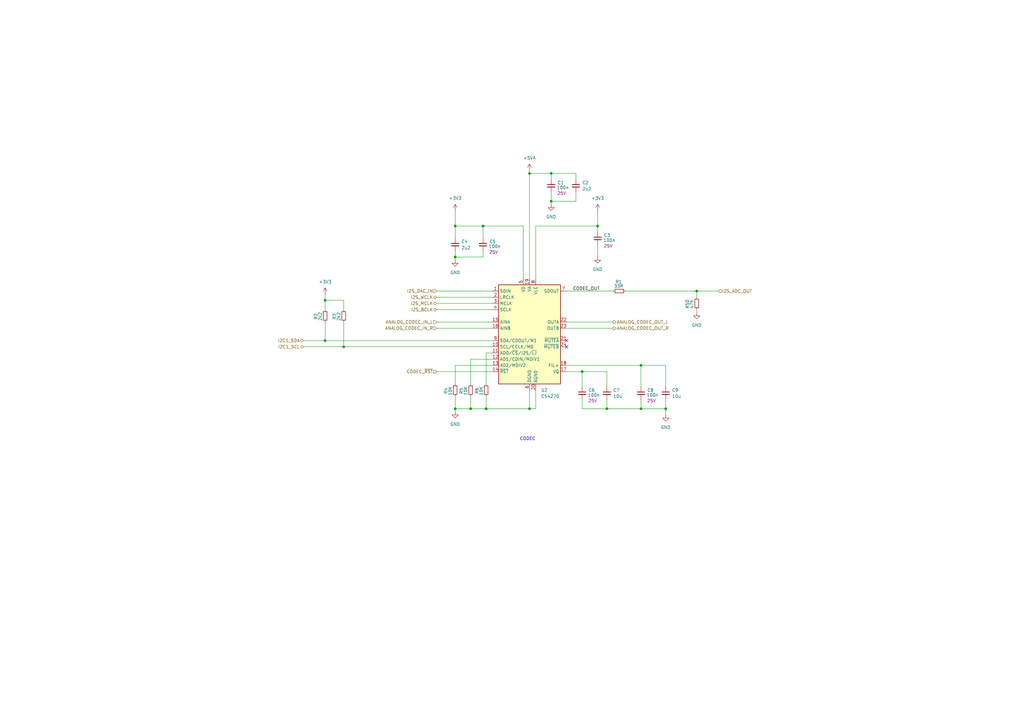
<source format=kicad_sch>
(kicad_sch (version 20231120) (generator "eeschema") (generator_version "8.0")
  (paper "A3")
  (lib_symbols
    (symbol "Audio:CS4270"
      (property "Reference" "U" (at -11.43 21.59 0))
      (property "Value" "CS4270" (at 8.89 21.59 0))
      (symbol "CS4270_0_1"
        (rectangle (start -12.7 20.32) (end 12.7 -20.32) (stroke (width 0.254)) (fill (type background)))
      )
      (symbol "CS4270_1_0"
        (pin input line (at -15.24 17.78 0) (length 2.54) (name "SDIN") (number "1"))
        (pin input line (at -15.24 -5.08 0) (length 2.54) (name "SCL/CCLK/M0") (number "10"))
        (pin input line (at -15.24 -7.62 0) (length 2.54) (name "AD0/~{CS}/I2S/~{LJ}") (number "11"))
        (pin input line (at -15.24 -10.16 0) (length 2.54) (name "AD1/CDIN/MDIV1") (number "12"))
        (pin input line (at -15.24 -12.7 0) (length 2.54) (name "AD2/MDIV2") (number "13"))
        (pin input line (at -15.24 -15.24 0) (length 2.54) (name "~{RST}") (number "14"))
        (pin input line (at -15.24 5.08 0) (length 2.54) (name "AINA") (number "15"))
        (pin input line (at -15.24 2.54 0) (length 2.54) (name "AINB") (number "16"))
        (pin passive line (at 15.24 -15.24 180) (length 2.54) (name "VQ") (number "17"))
        (pin passive line (at 15.24 -12.7 180) (length 2.54) (name "FIL+") (number "18"))
        (pin power_in line (at 0 22.86 270) (length 2.54) (name "VA") (number "19"))
        (pin bidirectional line (at -15.24 15.24 0) (length 2.54) (name "LRCLK") (number "2"))
        (pin power_in line (at 2.54 -22.86 90) (length 2.54) (name "AGND") (number "20"))
        (pin input line (at 15.24 -2.54 180) (length 2.54) (name "~{MUTEA}") (number "21"))
        (pin output line (at 15.24 5.08 180) (length 2.54) (name "OUTA") (number "22"))
        (pin output line (at 15.24 2.54 180) (length 2.54) (name "OUTB") (number "23"))
        (pin input line (at 15.24 -5.08 180) (length 2.54) (name "~{MUTEB}") (number "24"))
        (pin input line (at -15.24 12.7 0) (length 2.54) (name "MCLK") (number "3"))
        (pin bidirectional line (at -15.24 10.16 0) (length 2.54) (name "SCLK") (number "4"))
        (pin power_in line (at -2.54 22.86 270) (length 2.54) (name "VD") (number "5"))
        (pin power_in line (at 0 -22.86 90) (length 2.54) (name "DGND") (number "6"))
        (pin output line (at 15.24 17.78 180) (length 2.54) (name "SDOUT") (number "7"))
        (pin power_in line (at 2.54 22.86 270) (length 2.54) (name "VLC") (number "8"))
        (pin bidirectional line (at -15.24 -2.54 0) (length 2.54) (name "SDA/CDOUT/M1") (number "9"))
      )
    )
    (symbol "Device:C_Small" (pin_numbers hide) (pin_names (offset 0.254) hide)
      (property "Reference" "C" (at 0.254 1.778 0))
      (property "Value" "C_Small" (at 0.254 -2.032 0))
      (symbol "C_Small_0_1"
        (polyline (pts (xy -1.524 -0.508) (xy 1.524 -0.508)) (stroke (width 0.3302)))
        (polyline (pts (xy -1.524 0.508) (xy 1.524 0.508)) (stroke (width 0.3048)))
      )
      (symbol "C_Small_1_1"
        (pin passive line (at 0 2.54 270) (length 2.032) (name "~") (number "1"))
        (pin passive line (at 0 -2.54 90) (length 2.032) (name "~") (number "2"))
      )
    )
    (symbol "Device:R_Small" (pin_numbers hide) (pin_names (offset 0.254) hide)
      (property "Reference" "R" (at 0.762 0.508 0))
      (property "Value" "R_Small" (at 0.762 -1.016 0))
      (symbol "R_Small_0_1"
        (rectangle (start -0.762 1.778) (end 0.762 -1.778) (stroke (width 0.2032)))
      )
      (symbol "R_Small_1_1"
        (pin passive line (at 0 2.54 270) (length 0.762) (name "~") (number "1"))
        (pin passive line (at 0 -2.54 90) (length 0.762) (name "~") (number "2"))
      )
    )
    (symbol "power:+3V3" (power) (pin_numbers hide) (pin_names (offset 0) hide)
      (property "Value" "+3V3" (at 0 3.556 0))
      (symbol "+3V3_0_1"
        (polyline (pts (xy -0.762 1.27) (xy 0 2.54)))
        (polyline (pts (xy 0 0) (xy 0 2.54)))
        (polyline (pts (xy 0 2.54) (xy 0.762 1.27)))
      )
      (symbol "+3V3_1_1"
        (pin power_in line (at 0 0 90) (length 0) (name "~") (number "1"))
      )
    )
    (symbol "power:+5VA" (power) (pin_numbers hide) (pin_names (offset 0) hide)
      (property "Value" "+5VA" (at 0 3.556 0))
      (symbol "+5VA_0_1"
        (polyline (pts (xy -0.762 1.27) (xy 0 2.54)))
        (polyline (pts (xy 0 0) (xy 0 2.54)))
        (polyline (pts (xy 0 2.54) (xy 0.762 1.27)))
      )
      (symbol "+5VA_1_1"
        (pin power_in line (at 0 0 90) (length 0) (name "~") (number "1"))
      )
    )
    (symbol "power:GND" (power) (pin_numbers hide) (pin_names (offset 0) hide)
      (property "Value" "GND" (at 0 -3.81 0))
      (symbol "GND_0_1"
        (polyline (pts (xy 0 0) (xy 0 -1.27) (xy 1.27 -1.27) (xy 0 -2.54) (xy -1.27 -1.27) (xy 0 -1.27)))
      )
      (symbol "GND_1_1"
        (pin power_in line (at 0 0 270) (length 0) (name "~") (number "1"))
      )
    )
  )
  (junction (at 226.06 82.55))
  (junction (at 133.35 139.7))
  (junction (at 217.17 71.12))
  (junction (at 226.06 71.12))
  (junction (at 217.17 167.64))
  (junction (at 245.11 92.71))
  (junction (at 186.69 167.64))
  (junction (at 285.75 119.38))
  (junction (at 186.69 92.71))
  (junction (at 262.89 149.86))
  (junction (at 186.69 105.41))
  (junction (at 140.97 142.24))
  (junction (at 193.04 167.64))
  (junction (at 262.89 167.64))
  (junction (at 238.76 152.4))
  (junction (at 248.92 167.64))
  (junction (at 133.35 123.19))
  (junction (at 198.12 92.71))
  (junction (at 273.05 167.64))
  (junction (at 199.39 167.64))
  (no_connect (at 232.41 139.7))
  (no_connect (at 232.41 142.24))
  (wire (pts (xy 262.89 167.64) (xy 273.05 167.64)))
  (wire (pts (xy 273.05 167.64) (xy 273.05 170.18)))
  (wire (pts (xy 133.35 120.65) (xy 133.35 123.19)))
  (wire (pts (xy 262.89 163.83) (xy 262.89 167.64)))
  (wire (pts (xy 285.75 119.38) (xy 294.64 119.38)))
  (wire (pts (xy 186.69 149.86) (xy 201.93 149.86)))
  (wire (pts (xy 273.05 149.86) (xy 262.89 149.86)))
  (wire (pts (xy 140.97 142.24) (xy 201.93 142.24)))
  (wire (pts (xy 238.76 152.4) (xy 248.92 152.4)))
  (wire (pts (xy 124.46 142.24) (xy 140.97 142.24)))
  (wire (pts (xy 133.35 132.08) (xy 133.35 139.7)))
  (wire (pts (xy 217.17 69.85) (xy 217.17 71.12)))
  (wire (pts (xy 193.04 147.32) (xy 193.04 157.48)))
  (wire (pts (xy 248.92 167.64) (xy 262.89 167.64)))
  (wire (pts (xy 199.39 162.56) (xy 199.39 167.64)))
  (wire (pts (xy 238.76 152.4) (xy 238.76 158.75)))
  (wire (pts (xy 186.69 149.86) (xy 186.69 157.48)))
  (wire (pts (xy 198.12 92.71) (xy 186.69 92.71)))
  (wire (pts (xy 232.41 152.4) (xy 238.76 152.4)))
  (wire (pts (xy 226.06 71.12) (xy 226.06 73.66)))
  (wire (pts (xy 186.69 92.71) (xy 186.69 86.36)))
  (wire (pts (xy 285.75 119.38) (xy 285.75 121.92)))
  (wire (pts (xy 179.07 121.92) (xy 201.93 121.92)))
  (wire (pts (xy 273.05 158.75) (xy 273.05 149.86)))
  (wire (pts (xy 245.11 92.71) (xy 245.11 95.25)))
  (wire (pts (xy 198.12 105.41) (xy 186.69 105.41)))
  (wire (pts (xy 236.22 73.66) (xy 236.22 71.12)))
  (wire (pts (xy 199.39 167.64) (xy 193.04 167.64)))
  (wire (pts (xy 140.97 127) (xy 140.97 123.19)))
  (wire (pts (xy 245.11 92.71) (xy 219.71 92.71)))
  (wire (pts (xy 262.89 149.86) (xy 262.89 158.75)))
  (wire (pts (xy 186.69 92.71) (xy 186.69 97.79)))
  (wire (pts (xy 198.12 92.71) (xy 198.12 97.79)))
  (wire (pts (xy 219.71 160.02) (xy 219.71 167.64)))
  (wire (pts (xy 226.06 82.55) (xy 226.06 83.82)))
  (wire (pts (xy 140.97 132.08) (xy 140.97 142.24)))
  (wire (pts (xy 193.04 162.56) (xy 193.04 167.64)))
  (wire (pts (xy 217.17 160.02) (xy 217.17 167.64)))
  (wire (pts (xy 179.07 152.4) (xy 201.93 152.4)))
  (wire (pts (xy 124.46 139.7) (xy 133.35 139.7)))
  (wire (pts (xy 232.41 119.38) (xy 251.46 119.38)))
  (wire (pts (xy 238.76 167.64) (xy 248.92 167.64)))
  (wire (pts (xy 179.07 127) (xy 201.93 127)))
  (wire (pts (xy 248.92 163.83) (xy 248.92 167.64)))
  (wire (pts (xy 179.07 134.62) (xy 201.93 134.62)))
  (wire (pts (xy 193.04 147.32) (xy 201.93 147.32)))
  (wire (pts (xy 219.71 167.64) (xy 217.17 167.64)))
  (wire (pts (xy 186.69 162.56) (xy 186.69 167.64)))
  (wire (pts (xy 245.11 86.36) (xy 245.11 92.71)))
  (wire (pts (xy 217.17 71.12) (xy 217.17 114.3)))
  (wire (pts (xy 186.69 167.64) (xy 186.69 168.91)))
  (wire (pts (xy 236.22 71.12) (xy 226.06 71.12)))
  (wire (pts (xy 226.06 71.12) (xy 217.17 71.12)))
  (wire (pts (xy 236.22 82.55) (xy 226.06 82.55)))
  (wire (pts (xy 133.35 123.19) (xy 140.97 123.19)))
  (wire (pts (xy 219.71 92.71) (xy 219.71 114.3)))
  (wire (pts (xy 133.35 123.19) (xy 133.35 127)))
  (wire (pts (xy 199.39 144.78) (xy 199.39 157.48)))
  (wire (pts (xy 133.35 139.7) (xy 201.93 139.7)))
  (wire (pts (xy 186.69 105.41) (xy 186.69 106.68)))
  (wire (pts (xy 273.05 163.83) (xy 273.05 167.64)))
  (wire (pts (xy 245.11 100.33) (xy 245.11 105.41)))
  (wire (pts (xy 198.12 102.87) (xy 198.12 105.41)))
  (wire (pts (xy 179.07 132.08) (xy 201.93 132.08)))
  (wire (pts (xy 285.75 127) (xy 285.75 128.27)))
  (wire (pts (xy 236.22 78.74) (xy 236.22 82.55)))
  (wire (pts (xy 232.41 132.08) (xy 251.46 132.08)))
  (wire (pts (xy 232.41 134.62) (xy 251.46 134.62)))
  (wire (pts (xy 226.06 78.74) (xy 226.06 82.55)))
  (wire (pts (xy 214.63 114.3) (xy 214.63 92.71)))
  (wire (pts (xy 199.39 144.78) (xy 201.93 144.78)))
  (wire (pts (xy 179.07 124.46) (xy 201.93 124.46)))
  (wire (pts (xy 193.04 167.64) (xy 186.69 167.64)))
  (wire (pts (xy 186.69 102.87) (xy 186.69 105.41)))
  (wire (pts (xy 232.41 149.86) (xy 262.89 149.86)))
  (wire (pts (xy 217.17 167.64) (xy 199.39 167.64)))
  (wire (pts (xy 214.63 92.71) (xy 198.12 92.71)))
  (wire (pts (xy 238.76 163.83) (xy 238.76 167.64)))
  (wire (pts (xy 256.54 119.38) (xy 285.75 119.38)))
  (wire (pts (xy 248.92 152.4) (xy 248.92 158.75)))
  (wire (pts (xy 179.07 119.38) (xy 201.93 119.38)))
  (text "CODEC" (at 216.408 180.086 0) (effects (font (size 1.27 1.27))))
  (label "CODEC_OUT" (at 234.95 119.38 0))
  (hierarchical_label "ANALOG_CODEC_IN_L" (shape input) (at 179.07 132.08 180))
  (hierarchical_label "ANALOG_CODEC_IN_R" (shape input) (at 179.07 134.62 180))
  (hierarchical_label "ANALOG_CODEC_OUT_R" (shape output) (at 251.46 134.62 0))
  (hierarchical_label "I2S_ADC_OUT" (shape input) (at 294.64 119.38 0))
  (hierarchical_label "I2S_BCLK" (shape bidirectional) (at 179.07 127 180))
  (hierarchical_label "CODEC_~{RST}" (shape input) (at 179.07 152.4 180))
  (hierarchical_label "I2C1_SDA" (shape bidirectional) (at 124.46 139.7 180))
  (hierarchical_label "I2S_MCLK" (shape bidirectional) (at 179.07 124.46 180))
  (hierarchical_label "I2S_DAC_IN" (shape input) (at 179.07 119.38 180))
  (hierarchical_label "I2C1_SCL" (shape bidirectional) (at 124.46 142.24 180))
  (hierarchical_label "ANALOG_CODEC_OUT_L" (shape output) (at 251.46 132.08 0))
  (hierarchical_label "I2S_WCLK" (shape bidirectional) (at 179.07 121.92 180))
  (symbol (lib_id "power:GND") (at 186.69 168.91 0) (unit 1)
    (property "Reference" "#PWR08" (effects (hide yes)))
    (property "Value" "GND" (at 186.69 173.99 0))
    (property "Description" "Power symbol creates a global label with name \"GND\" , ground" (effects (hide yes)))
  )
  (symbol (lib_id "Device:R_Small") (at 186.69 160.02 180) (unit 1)
    (property "Reference" "R4" (at 182.88 160.274 90))
    (property "Value" "10K" (at 184.658 160.274 90))
    (property "Footprint" "Resistor_SMD:R_0603_1608Metric_Pad0.98x0.95mm_HandSolder" (effects (hide yes)))
    (property "Description" "Resistor, small symbol" (effects (hide yes)))
    (property "OC_LCSC" "C25804" (effects (hide yes)))
    (property "MF" "UNI-ROYAL(Uniroyal Elec) " (effects (hide yes)))
    (property "MPN" "0603WAF1002T5E" (effects (hide yes)))
  )
  (symbol (lib_id "Device:C_Small") (at 186.69 100.33 0) (unit 1)
    (property "Reference" "C4" (at 189.23 99.0662 0) (effects (justify left)))
    (property "Value" "2u2" (at 189.23 101.6062 0) (effects (justify left)))
    (property "Footprint" "Capacitor_SMD:C_0603_1608Metric_Pad1.08x0.95mm_HandSolder" (effects (hide yes)))
    (property "Description" "Unpolarized capacitor, small symbol" (effects (hide yes)))
    (property "MPN" "0603B225K250NT" (effects (hide yes)))
    (property "MF" "FH (Guangdong Fenghua Advanced Tech) " (effects (hide yes)))
    (property "OC_MOUSER" "81-GRM155Z71A225KE1D" (effects (hide yes)))
    (property "OC_LCSC" "C99228" (effects (hide yes)))
    (property "Voltage" "25V" (effects (hide yes)))
  )
  (symbol (lib_id "power:GND") (at 245.11 105.41 0) (unit 1)
    (property "Reference" "#PWR05" (effects (hide yes)))
    (property "Value" "GND" (at 245.11 110.49 0))
    (property "Description" "Power symbol creates a global label with name \"GND\" , ground" (effects (hide yes)))
  )
  (symbol (lib_id "power:+3V3") (at 186.69 86.36 0) (unit 1)
    (property "Reference" "#PWR03" (effects (hide yes)))
    (property "Value" "+3V3" (at 186.69 81.28 0))
    (property "Description" "Power symbol creates a global label with name \"+3V3\"" (effects (hide yes)))
  )
  (symbol (lib_id "Device:R_Small") (at 193.04 160.02 180) (unit 1)
    (property "Reference" "R5" (at 189.23 160.274 90))
    (property "Value" "10K" (at 191.008 160.274 90))
    (property "Footprint" "Resistor_SMD:R_0603_1608Metric_Pad0.98x0.95mm_HandSolder" (effects (hide yes)))
    (property "Description" "Resistor, small symbol" (effects (hide yes)))
    (property "OC_LCSC" "C25804" (effects (hide yes)))
    (property "MF" "UNI-ROYAL(Uniroyal Elec) " (effects (hide yes)))
    (property "MPN" "0603WAF1002T5E" (effects (hide yes)))
  )
  (symbol (lib_id "Device:C_Small") (at 245.11 97.79 0) (unit 1)
    (property "Reference" "C3" (at 247.65 96.5262 0) (effects (justify left)))
    (property "Value" "100n" (at 247.396 98.552 0) (effects (justify left)))
    (property "Footprint" "Capacitor_SMD:C_0603_1608Metric_Pad1.08x0.95mm_HandSolder" (effects (hide yes)))
    (property "Description" "Unpolarized capacitor, small symbol" (effects (hide yes)))
    (property "MPN" "0603B104M250NT" (effects (hide yes)))
    (property "MF" "FH (Guangdong Fenghua Advanced Tech) " (effects (hide yes)))
    (property "OC_MOUSER" "963-BAST105SB7104KF" (effects (hide yes)))
    (property "Voltage" "25V" (at 249.428 100.838 0))
    (property "OC_LCSC" "C336628" (effects (hide yes)))
  )
  (symbol (lib_id "Device:C_Small") (at 248.92 161.29 0) (unit 1)
    (property "Reference" "C7" (at 251.46 160.0262 0) (effects (justify left)))
    (property "Value" "10u" (at 251.46 162.5662 0) (effects (justify left)))
    (property "Footprint" "Capacitor_SMD:C_0603_1608Metric_Pad1.08x0.95mm_HandSolder" (effects (hide yes)))
    (property "Description" "Unpolarized capacitor, small symbol" (effects (hide yes)))
    (property "MF" "Samsung Electro-Mechanics " (effects (hide yes)))
    (property "MPN" "CL10A106MA8NRNC" (effects (hide yes)))
    (property "OC_MOUSER" "187-CL21B106KOQNNNG" (effects (hide yes)))
    (property "OC_LCSC" "C96446" (effects (hide yes)))
    (property "Voltage" "25V" (effects (hide yes)))
  )
  (symbol (lib_id "power:+3V3") (at 245.11 86.36 0) (unit 1)
    (property "Reference" "#PWR04" (effects (hide yes)))
    (property "Value" "+3V3" (at 245.11 81.28 0))
    (property "Description" "Power symbol creates a global label with name \"+3V3\"" (effects (hide yes)))
  )
  (symbol (lib_id "power:GND") (at 186.69 106.68 0) (unit 1)
    (property "Reference" "#PWR06" (effects (hide yes)))
    (property "Value" "GND" (at 186.69 111.76 0))
    (property "Description" "Power symbol creates a global label with name \"GND\" , ground" (effects (hide yes)))
  )
  (symbol (lib_id "power:GND") (at 285.75 128.27 0) (unit 1)
    (property "Reference" "#PWR092" (effects (hide yes)))
    (property "Value" "GND" (at 285.75 133.35 0))
    (property "Description" "Power symbol creates a global label with name \"GND\" , ground" (effects (hide yes)))
  )
  (symbol (lib_id "Device:C_Small") (at 262.89 161.29 0) (unit 1)
    (property "Reference" "C8" (at 265.43 160.0262 0) (effects (justify left)))
    (property "Value" "100n" (at 265.176 162.052 0) (effects (justify left)))
    (property "Footprint" "Capacitor_SMD:C_0603_1608Metric_Pad1.08x0.95mm_HandSolder" (effects (hide yes)))
    (property "Description" "Unpolarized capacitor, small symbol" (effects (hide yes)))
    (property "MPN" "0603B104M250NT" (effects (hide yes)))
    (property "MF" "FH (Guangdong Fenghua Advanced Tech) " (effects (hide yes)))
    (property "OC_MOUSER" "963-BAST105SB7104KF" (effects (hide yes)))
    (property "Voltage" "25V" (at 267.208 164.338 0))
    (property "OC_LCSC" "C336628" (effects (hide yes)))
  )
  (symbol (lib_id "power:+5VA") (at 217.17 69.85 0) (unit 1)
    (property "Reference" "#PWR01" (effects (hide yes)))
    (property "Value" "+5VA" (at 217.17 64.77 0))
    (property "Description" "Power symbol creates a global label with name \"+5VA\"" (effects (hide yes)))
  )
  (symbol (lib_id "Device:C_Small") (at 198.12 100.33 0) (unit 1)
    (property "Reference" "C5" (at 200.66 99.0662 0) (effects (justify left)))
    (property "Value" "100n" (at 200.406 101.092 0) (effects (justify left)))
    (property "Footprint" "Capacitor_SMD:C_0603_1608Metric_Pad1.08x0.95mm_HandSolder" (effects (hide yes)))
    (property "Description" "Unpolarized capacitor, small symbol" (effects (hide yes)))
    (property "MPN" "0603B104M250NT" (effects (hide yes)))
    (property "MF" "FH (Guangdong Fenghua Advanced Tech) " (effects (hide yes)))
    (property "OC_MOUSER" "963-BAST105SB7104KF" (effects (hide yes)))
    (property "Voltage" "25V" (at 202.438 103.378 0))
    (property "OC_LCSC" "C336628" (effects (hide yes)))
  )
  (symbol (lib_id "power:+3V3") (at 133.35 120.65 0) (unit 1)
    (property "Reference" "#PWR07" (effects (hide yes)))
    (property "Value" "+3V3" (at 133.35 115.57 0))
    (property "Description" "Power symbol creates a global label with name \"+3V3\"" (effects (hide yes)))
  )
  (symbol (lib_id "power:GND") (at 226.06 83.82 0) (unit 1)
    (property "Reference" "#PWR02" (effects (hide yes)))
    (property "Value" "GND" (at 226.06 88.9 0))
    (property "Description" "Power symbol creates a global label with name \"GND\" , ground" (effects (hide yes)))
  )
  (symbol (lib_id "Device:R_Small") (at 254 119.38 90) (unit 1)
    (property "Reference" "R1" (at 253.746 115.57 90))
    (property "Value" "33R" (at 253.746 117.348 90))
    (property "Footprint" "Resistor_SMD:R_0603_1608Metric_Pad0.98x0.95mm_HandSolder" (effects (hide yes)))
    (property "Description" "Resistor, small symbol" (effects (hide yes)))
    (property "OC_LCSC" "C163909" (effects (hide yes)))
    (property "MF" "Walsin Tech Corp " (effects (hide yes)))
    (property "MPN" "WR06X33R0FTL" (effects (hide yes)))
  )
  (symbol (lib_id "power:GND") (at 273.05 170.18 0) (unit 1)
    (property "Reference" "#PWR09" (effects (hide yes)))
    (property "Value" "GND" (at 273.05 175.26 0))
    (property "Description" "Power symbol creates a global label with name \"GND\" , ground" (effects (hide yes)))
  )
  (symbol (lib_id "Device:C_Small") (at 236.22 76.2 0) (unit 1)
    (property "Reference" "C2" (at 238.76 74.9362 0) (effects (justify left)))
    (property "Value" "2u2" (at 238.76 77.4762 0) (effects (justify left)))
    (property "Footprint" "Capacitor_SMD:C_0603_1608Metric_Pad1.08x0.95mm_HandSolder" (effects (hide yes)))
    (property "Description" "Unpolarized capacitor, small symbol" (effects (hide yes)))
    (property "MPN" "0603B225K250NT" (effects (hide yes)))
    (property "MF" "FH (Guangdong Fenghua Advanced Tech) " (effects (hide yes)))
    (property "OC_MOUSER" "81-GRM155Z71A225KE1D" (effects (hide yes)))
    (property "OC_LCSC" "C99228" (effects (hide yes)))
    (property "Voltage" "25V" (effects (hide yes)))
  )
  (symbol (lib_id "Device:R_Small") (at 199.39 160.02 180) (unit 1)
    (property "Reference" "R6" (at 195.58 160.274 90))
    (property "Value" "10K" (at 197.358 160.274 90))
    (property "Footprint" "Resistor_SMD:R_0603_1608Metric_Pad0.98x0.95mm_HandSolder" (effects (hide yes)))
    (property "Description" "Resistor, small symbol" (effects (hide yes)))
    (property "OC_LCSC" "C25804" (effects (hide yes)))
    (property "MF" "UNI-ROYAL(Uniroyal Elec) " (effects (hide yes)))
    (property "MPN" "0603WAF1002T5E" (effects (hide yes)))
  )
  (symbol (lib_id "Device:R_Small") (at 140.97 129.54 180) (unit 1)
    (property "Reference" "R3" (at 137.16 129.794 90))
    (property "Value" "2k2" (at 138.938 129.794 90))
    (property "Footprint" "Resistor_SMD:R_0603_1608Metric_Pad0.98x0.95mm_HandSolder" (effects (hide yes)))
    (property "Description" "Resistor, small symbol" (effects (hide yes)))
    (property "OC_LCSC" "C4190" (effects (hide yes)))
    (property "MF" "UNI-ROYAL(Uniroyal Elec) " (effects (hide yes)))
    (property "MPN" "0603WAF2201T5E" (effects (hide yes)))
  )
  (symbol (lib_id "Audio:CS4270") (at 217.17 137.16 0) (unit 1)
    (property "Reference" "U2" (at 221.9041 160.02 0) (effects (justify left)))
    (property "Value" "CS4270" (at 221.9041 162.56 0) (effects (justify left)))
    (property "Footprint" "Package_SO:TSSOP-24_4.4x7.8mm_P0.65mm" (effects (hide yes)))
    (property "Datasheet" "https://statics.cirrus.com/pubs/proDatasheet/CS4270_F1.pdf" (effects (hide yes)))
    (property "Description" "24-Bit, 192-kHz Stereo Audio CODEC, TSSOP-24" (effects (hide yes)))
    (property "OC_LCSC" "C1323229" (effects (hide yes)))
    (property "MF" "Cirrus Logic" (effects (hide yes)))
    (property "MPN" "CS4270-CZZR" (effects (hide yes)))
  )
  (symbol (lib_id "Device:R_Small") (at 133.35 129.54 180) (unit 1)
    (property "Reference" "R2" (at 129.54 129.794 90))
    (property "Value" "2k2" (at 131.318 129.794 90))
    (property "Footprint" "Resistor_SMD:R_0603_1608Metric_Pad0.98x0.95mm_HandSolder" (effects (hide yes)))
    (property "Description" "Resistor, small symbol" (effects (hide yes)))
    (property "OC_LCSC" "C4190" (effects (hide yes)))
    (property "MF" "UNI-ROYAL(Uniroyal Elec) " (effects (hide yes)))
    (property "MPN" "0603WAF2201T5E" (effects (hide yes)))
  )
  (symbol (lib_id "Device:C_Small") (at 226.06 76.2 0) (unit 1)
    (property "Reference" "C1" (at 228.6 74.9362 0) (effects (justify left)))
    (property "Value" "100n" (at 228.346 76.962 0) (effects (justify left)))
    (property "Footprint" "Capacitor_SMD:C_0603_1608Metric_Pad1.08x0.95mm_HandSolder" (effects (hide yes)))
    (property "Description" "Unpolarized capacitor, small symbol" (effects (hide yes)))
    (property "MPN" "0603B104M250NT" (effects (hide yes)))
    (property "MF" "FH (Guangdong Fenghua Advanced Tech) " (effects (hide yes)))
    (property "OC_MOUSER" "963-BAST105SB7104KF" (effects (hide yes)))
    (property "Voltage" "25V" (at 230.378 79.248 0))
    (property "OC_LCSC" "C336628" (effects (hide yes)))
  )
  (symbol (lib_id "Device:R_Small") (at 285.75 124.46 180) (unit 1)
    (property "Reference" "R50" (at 281.94 124.714 90))
    (property "Value" "47K" (at 283.718 124.714 90))
    (property "Footprint" "Resistor_SMD:R_0603_1608Metric_Pad0.98x0.95mm_HandSolder" (effects (hide yes)))
    (property "Description" "Resistor, small symbol" (effects (hide yes)))
    (property "OC_LCSC" "C105579" (effects (hide yes)))
    (property "MF" "YAGEO " (effects (hide yes)))
    (property "MPN" "RC0603FR-0747KL" (effects (hide yes)))
  )
  (symbol (lib_id "Device:C_Small") (at 238.76 161.29 0) (unit 1)
    (property "Reference" "C6" (at 241.3 160.0262 0) (effects (justify left)))
    (property "Value" "100n" (at 241.046 162.052 0) (effects (justify left)))
    (property "Footprint" "Capacitor_SMD:C_0603_1608Metric_Pad1.08x0.95mm_HandSolder" (effects (hide yes)))
    (property "Description" "Unpolarized capacitor, small symbol" (effects (hide yes)))
    (property "MPN" "0603B104M250NT" (effects (hide yes)))
    (property "MF" "FH (Guangdong Fenghua Advanced Tech) " (effects (hide yes)))
    (property "OC_MOUSER" "963-BAST105SB7104KF" (effects (hide yes)))
    (property "Voltage" "25V" (at 243.078 164.338 0))
    (property "OC_LCSC" "C336628" (effects (hide yes)))
  )
  (symbol (lib_id "Device:C_Small") (at 273.05 161.29 0) (unit 1)
    (property "Reference" "C9" (at 275.59 160.0262 0) (effects (justify left)))
    (property "Value" "10u" (at 275.59 162.5662 0) (effects (justify left)))
    (property "Footprint" "Capacitor_SMD:C_0603_1608Metric_Pad1.08x0.95mm_HandSolder" (effects (hide yes)))
    (property "Description" "Unpolarized capacitor, small symbol" (effects (hide yes)))
    (property "MF" "Samsung Electro-Mechanics " (effects (hide yes)))
    (property "MPN" "CL10A106MA8NRNC" (effects (hide yes)))
    (property "OC_MOUSER" "187-CL21B106KOQNNNG" (effects (hide yes)))
    (property "OC_LCSC" "C96446" (effects (hide yes)))
    (property "Voltage" "25V" (effects (hide yes)))
  )
)
</source>
